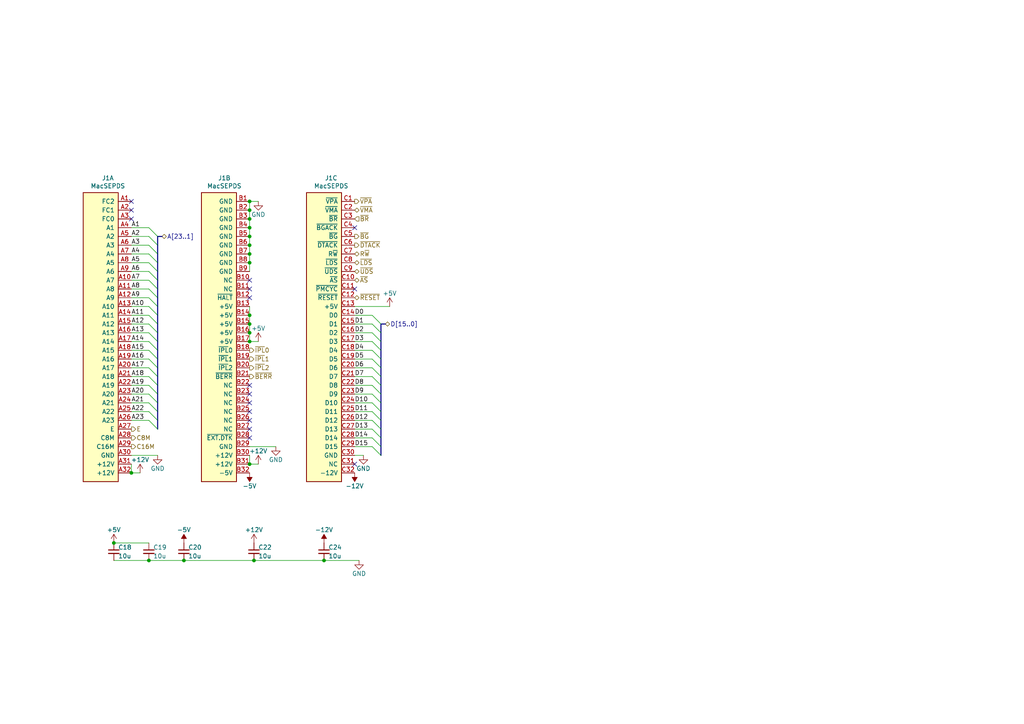
<source format=kicad_sch>
(kicad_sch (version 20230121) (generator eeschema)
  (paper "A4")
  (title_block (title "WarpSE (GW4410A)") (date "2024-04-23") (rev "1.0") (company "Garrett's Workshop"))
  (lib_symbols
    (symbol "Device:C_Small" (pin_numbers hide) (pin_names (offset 0.254) hide)
      (property "Reference" "C" (at 0.254 1.778 0))
      (property "Value" "C_Small" (at 0.254 -2.032 0))
      (symbol "C_Small_0_1"
        (polyline (pts (xy -1.524 -0.508) (xy 1.524 -0.508)) (stroke (width 0.3302)))
        (polyline (pts (xy -1.524 0.508) (xy 1.524 0.508)) (stroke (width 0.3048)))
      )
      (symbol "C_Small_1_1"
        (pin passive line (at 0 2.54 270) (length 2.032) (name "~") (number "1"))
        (pin passive line (at 0 -2.54 90) (length 2.032) (name "~") (number "2"))
      )
    )
    (symbol "GW_Connector:MacSEPDS" (pin_names (offset 1.016))
      (property "Reference" "J" (at 0 45.72 0))
      (property "Value" "MacSEPDS" (at 0 -40.64 0))
      (symbol "MacSEPDS_0_1"
        (rectangle (start 0 44.45) (end -10.16 -39.37) (stroke (width 0.254)) (fill (type background)))
      )
      (symbol "MacSEPDS_1_1"
        (pin unspecified line (at 3.81 41.91 180) (length 3.81) (name "FC2") (number "A1"))
        (pin unspecified line (at 3.81 19.05 180) (length 3.81) (name "A7") (number "A10"))
        (pin unspecified line (at 3.81 16.51 180) (length 3.81) (name "A8") (number "A11"))
        (pin unspecified line (at 3.81 13.97 180) (length 3.81) (name "A9") (number "A12"))
        (pin unspecified line (at 3.81 11.43 180) (length 3.81) (name "A10") (number "A13"))
        (pin unspecified line (at 3.81 8.89 180) (length 3.81) (name "A11") (number "A14"))
        (pin unspecified line (at 3.81 6.35 180) (length 3.81) (name "A12") (number "A15"))
        (pin unspecified line (at 3.81 3.81 180) (length 3.81) (name "A13") (number "A16"))
        (pin unspecified line (at 3.81 1.27 180) (length 3.81) (name "A14") (number "A17"))
        (pin unspecified line (at 3.81 -1.27 180) (length 3.81) (name "A15") (number "A18"))
        (pin unspecified line (at 3.81 -3.81 180) (length 3.81) (name "A16") (number "A19"))
        (pin unspecified line (at 3.81 39.37 180) (length 3.81) (name "FC1") (number "A2"))
        (pin unspecified line (at 3.81 -6.35 180) (length 3.81) (name "A17") (number "A20"))
        (pin unspecified line (at 3.81 -8.89 180) (length 3.81) (name "A18") (number "A21"))
        (pin unspecified line (at 3.81 -11.43 180) (length 3.81) (name "A19") (number "A22"))
        (pin unspecified line (at 3.81 -13.97 180) (length 3.81) (name "A20") (number "A23"))
        (pin unspecified line (at 3.81 -16.51 180) (length 3.81) (name "A21") (number "A24"))
        (pin unspecified line (at 3.81 -19.05 180) (length 3.81) (name "A22") (number "A25"))
        (pin unspecified line (at 3.81 -21.59 180) (length 3.81) (name "A23") (number "A26"))
        (pin unspecified line (at 3.81 -24.13 180) (length 3.81) (name "E") (number "A27"))
        (pin unspecified line (at 3.81 -26.67 180) (length 3.81) (name "C8M") (number "A28"))
        (pin unspecified line (at 3.81 -29.21 180) (length 3.81) (name "C16M") (number "A29"))
        (pin unspecified line (at 3.81 36.83 180) (length 3.81) (name "FC0") (number "A3"))
        (pin unspecified line (at 3.81 -31.75 180) (length 3.81) (name "GND") (number "A30"))
        (pin unspecified line (at 3.81 -34.29 180) (length 3.81) (name "+12V") (number "A31"))
        (pin unspecified line (at 3.81 -36.83 180) (length 3.81) (name "+12V") (number "A32"))
        (pin unspecified line (at 3.81 34.29 180) (length 3.81) (name "A1") (number "A4"))
        (pin unspecified line (at 3.81 31.75 180) (length 3.81) (name "A2") (number "A5"))
        (pin unspecified line (at 3.81 29.21 180) (length 3.81) (name "A3") (number "A6"))
        (pin unspecified line (at 3.81 26.67 180) (length 3.81) (name "A4") (number "A7"))
        (pin unspecified line (at 3.81 24.13 180) (length 3.81) (name "A5") (number "A8"))
        (pin unspecified line (at 3.81 21.59 180) (length 3.81) (name "A6") (number "A9"))
      )
      (symbol "MacSEPDS_2_1"
        (pin unspecified line (at 3.81 41.91 180) (length 3.81) (name "GND") (number "B1"))
        (pin unspecified line (at 3.81 19.05 180) (length 3.81) (name "NC") (number "B10"))
        (pin unspecified line (at 3.81 16.51 180) (length 3.81) (name "NC") (number "B11"))
        (pin unspecified line (at 3.81 13.97 180) (length 3.81) (name "~{HALT}") (number "B12"))
        (pin unspecified line (at 3.81 11.43 180) (length 3.81) (name "+5V") (number "B13"))
        (pin unspecified line (at 3.81 8.89 180) (length 3.81) (name "+5V") (number "B14"))
        (pin unspecified line (at 3.81 6.35 180) (length 3.81) (name "+5V") (number "B15"))
        (pin unspecified line (at 3.81 3.81 180) (length 3.81) (name "+5V") (number "B16"))
        (pin unspecified line (at 3.81 1.27 180) (length 3.81) (name "+5V") (number "B17"))
        (pin unspecified line (at 3.81 -1.27 180) (length 3.81) (name "~{IPL}0") (number "B18"))
        (pin unspecified line (at 3.81 -3.81 180) (length 3.81) (name "~{IPL}1") (number "B19"))
        (pin unspecified line (at 3.81 39.37 180) (length 3.81) (name "GND") (number "B2"))
        (pin unspecified line (at 3.81 -6.35 180) (length 3.81) (name "~{IPL}2") (number "B20"))
        (pin unspecified line (at 3.81 -8.89 180) (length 3.81) (name "~{BERR}") (number "B21"))
        (pin unspecified line (at 3.81 -11.43 180) (length 3.81) (name "NC") (number "B22"))
        (pin unspecified line (at 3.81 -13.97 180) (length 3.81) (name "NC") (number "B23"))
        (pin unspecified line (at 3.81 -16.51 180) (length 3.81) (name "NC") (number "B24"))
        (pin unspecified line (at 3.81 -19.05 180) (length 3.81) (name "NC") (number "B25"))
        (pin unspecified line (at 3.81 -21.59 180) (length 3.81) (name "NC") (number "B26"))
        (pin unspecified line (at 3.81 -24.13 180) (length 3.81) (name "NC") (number "B27"))
        (pin unspecified line (at 3.81 -26.67 180) (length 3.81) (name "~{EXT.DTK}") (number "B28"))
        (pin unspecified line (at 3.81 -29.21 180) (length 3.81) (name "GND") (number "B29"))
        (pin unspecified line (at 3.81 36.83 180) (length 3.81) (name "GND") (number "B3"))
        (pin unspecified line (at 3.81 -31.75 180) (length 3.81) (name "+12V") (number "B30"))
        (pin unspecified line (at 3.81 -34.29 180) (length 3.81) (name "+12V") (number "B31"))
        (pin unspecified line (at 3.81 -36.83 180) (length 3.81) (name "-5V") (number "B32"))
        (pin unspecified line (at 3.81 34.29 180) (length 3.81) (name "GND") (number "B4"))
        (pin unspecified line (at 3.81 31.75 180) (length 3.81) (name "GND") (number "B5"))
        (pin unspecified line (at 3.81 29.21 180) (length 3.81) (name "GND") (number "B6"))
        (pin unspecified line (at 3.81 26.67 180) (length 3.81) (name "GND") (number "B7"))
        (pin unspecified line (at 3.81 24.13 180) (length 3.81) (name "GND") (number "B8"))
        (pin unspecified line (at 3.81 21.59 180) (length 3.81) (name "GND") (number "B9"))
      )
      (symbol "MacSEPDS_3_1"
        (pin unspecified line (at 3.81 41.91 180) (length 3.81) (name "~{VPA}") (number "C1"))
        (pin unspecified line (at 3.81 19.05 180) (length 3.81) (name "~{AS}") (number "C10"))
        (pin unspecified line (at 3.81 16.51 180) (length 3.81) (name "~{PMCYC}") (number "C11"))
        (pin unspecified line (at 3.81 13.97 180) (length 3.81) (name "~{RESET}") (number "C12"))
        (pin unspecified line (at 3.81 11.43 180) (length 3.81) (name "+5V") (number "C13"))
        (pin unspecified line (at 3.81 8.89 180) (length 3.81) (name "D0") (number "C14"))
        (pin unspecified line (at 3.81 6.35 180) (length 3.81) (name "D1") (number "C15"))
        (pin unspecified line (at 3.81 3.81 180) (length 3.81) (name "D2") (number "C16"))
        (pin unspecified line (at 3.81 1.27 180) (length 3.81) (name "D3") (number "C17"))
        (pin unspecified line (at 3.81 -1.27 180) (length 3.81) (name "D4") (number "C18"))
        (pin unspecified line (at 3.81 -3.81 180) (length 3.81) (name "D5") (number "C19"))
        (pin unspecified line (at 3.81 39.37 180) (length 3.81) (name "~{VMA}") (number "C2"))
        (pin unspecified line (at 3.81 -6.35 180) (length 3.81) (name "D6") (number "C20"))
        (pin unspecified line (at 3.81 -8.89 180) (length 3.81) (name "D7") (number "C21"))
        (pin unspecified line (at 3.81 -11.43 180) (length 3.81) (name "D8") (number "C22"))
        (pin unspecified line (at 3.81 -13.97 180) (length 3.81) (name "D9") (number "C23"))
        (pin unspecified line (at 3.81 -16.51 180) (length 3.81) (name "D10") (number "C24"))
        (pin unspecified line (at 3.81 -19.05 180) (length 3.81) (name "D11") (number "C25"))
        (pin unspecified line (at 3.81 -21.59 180) (length 3.81) (name "D12") (number "C26"))
        (pin unspecified line (at 3.81 -24.13 180) (length 3.81) (name "D13") (number "C27"))
        (pin unspecified line (at 3.81 -26.67 180) (length 3.81) (name "D14") (number "C28"))
        (pin unspecified line (at 3.81 -29.21 180) (length 3.81) (name "D15") (number "C29"))
        (pin unspecified line (at 3.81 36.83 180) (length 3.81) (name "~{BR}") (number "C3"))
        (pin unspecified line (at 3.81 -31.75 180) (length 3.81) (name "GND") (number "C30"))
        (pin unspecified line (at 3.81 -34.29 180) (length 3.81) (name "NC") (number "C31"))
        (pin unspecified line (at 3.81 -36.83 180) (length 3.81) (name "-12V") (number "C32"))
        (pin unspecified line (at 3.81 34.29 180) (length 3.81) (name "~{BGACK}") (number "C4"))
        (pin unspecified line (at 3.81 31.75 180) (length 3.81) (name "~{BG}") (number "C5"))
        (pin unspecified line (at 3.81 29.21 180) (length 3.81) (name "~{DTACK}") (number "C6"))
        (pin unspecified line (at 3.81 26.67 180) (length 3.81) (name "R~{W}") (number "C7"))
        (pin unspecified line (at 3.81 24.13 180) (length 3.81) (name "~{LDS}") (number "C8"))
        (pin unspecified line (at 3.81 21.59 180) (length 3.81) (name "~{UDS}") (number "C9"))
      )
    )
    (symbol "power:+12V" (power) (pin_names (offset 0))
      (property "Value" "+12V" (at 0 3.556 0))
      (symbol "+12V_0_1"
        (polyline (pts (xy -0.762 1.27) (xy 0 2.54)))
        (polyline (pts (xy 0 0) (xy 0 2.54)))
        (polyline (pts (xy 0 2.54) (xy 0.762 1.27)))
      )
      (symbol "+12V_1_1"
        (pin power_in line (at 0 0 90) (length 0) hide (name "+12V") (number "1"))
      )
    )
    (symbol "power:+5V" (power) (pin_names (offset 0))
      (property "Value" "+5V" (at 0 3.556 0))
      (symbol "+5V_0_1"
        (polyline (pts (xy -0.762 1.27) (xy 0 2.54)))
        (polyline (pts (xy 0 0) (xy 0 2.54)))
        (polyline (pts (xy 0 2.54) (xy 0.762 1.27)))
      )
      (symbol "+5V_1_1"
        (pin power_in line (at 0 0 90) (length 0) hide (name "+5V") (number "1"))
      )
    )
    (symbol "power:-12V" (power) (pin_names (offset 0))
      (property "Value" "-12V" (at 0 3.81 0))
      (symbol "-12V_0_0"
        (pin power_in line (at 0 0 90) (length 0) hide (name "-12V") (number "1"))
      )
      (symbol "-12V_0_1"
        (polyline (pts (xy 0 0) (xy 0 1.27) (xy 0.762 1.27) (xy 0 2.54) (xy -0.762 1.27) (xy 0 1.27)) (fill (type outline)))
      )
    )
    (symbol "power:-5V" (power) (pin_names (offset 0))
      (property "Value" "-5V" (at 0 3.81 0))
      (symbol "-5V_0_0"
        (pin power_in line (at 0 0 90) (length 0) hide (name "-5V") (number "1"))
      )
      (symbol "-5V_0_1"
        (polyline (pts (xy 0 0) (xy 0 1.27) (xy 0.762 1.27) (xy 0 2.54) (xy -0.762 1.27) (xy 0 1.27)) (fill (type outline)))
      )
    )
    (symbol "power:GND" (power) (pin_names (offset 0))
      (property "Value" "GND" (at 0 -3.81 0))
      (symbol "GND_0_1"
        (polyline (pts (xy 0 0) (xy 0 -1.27) (xy 1.27 -1.27) (xy 0 -2.54) (xy -1.27 -1.27) (xy 0 -1.27)))
      )
      (symbol "GND_1_1"
        (pin power_in line (at 0 0 270) (length 0) hide (name "GND") (number "1"))
      )
    )
  )
  (junction (at 72.39 91.44))
  (junction (at 72.39 58.42))
  (junction (at 72.39 60.96))
  (junction (at 72.39 68.58))
  (junction (at 33.02 157.48))
  (junction (at 72.39 99.06))
  (junction (at 72.39 134.62))
  (junction (at 72.39 93.98))
  (junction (at 93.98 162.56))
  (junction (at 72.39 66.04))
  (junction (at 38.1 137.16))
  (junction (at 73.66 162.56))
  (junction (at 43.18 162.56))
  (junction (at 72.39 63.5))
  (junction (at 53.34 162.56))
  (junction (at 72.39 71.12))
  (junction (at 72.39 73.66))
  (junction (at 72.39 96.52))
  (junction (at 72.39 76.2))
  (no_connect (at 72.39 83.82))
  (no_connect (at 102.87 66.04))
  (no_connect (at 72.39 81.28))
  (no_connect (at 72.39 121.92))
  (no_connect (at 72.39 116.84))
  (no_connect (at 38.1 60.96))
  (no_connect (at 72.39 119.38))
  (no_connect (at 38.1 63.5))
  (no_connect (at 72.39 86.36))
  (no_connect (at 72.39 124.46))
  (no_connect (at 38.1 58.42))
  (no_connect (at 102.87 134.62))
  (no_connect (at 72.39 127))
  (no_connect (at 72.39 111.76))
  (no_connect (at 72.39 114.3))
  (no_connect (at 102.87 83.82))
  (bus_entry (at 43.18 73.66) (size 2.54 2.54))
  (bus_entry (at 107.95 121.92) (size 2.54 2.54))
  (bus_entry (at 107.95 91.44) (size 2.54 2.54))
  (bus_entry (at 107.95 119.38) (size 2.54 2.54))
  (bus_entry (at 107.95 114.3) (size 2.54 2.54))
  (bus_entry (at 43.18 68.58) (size 2.54 2.54))
  (bus_entry (at 43.18 99.06) (size 2.54 2.54))
  (bus_entry (at 107.95 111.76) (size 2.54 2.54))
  (bus_entry (at 107.95 129.54) (size 2.54 2.54))
  (bus_entry (at 43.18 76.2) (size 2.54 2.54))
  (bus_entry (at 43.18 111.76) (size 2.54 2.54))
  (bus_entry (at 43.18 83.82) (size 2.54 2.54))
  (bus_entry (at 43.18 121.92) (size 2.54 2.54))
  (bus_entry (at 107.95 127) (size 2.54 2.54))
  (bus_entry (at 43.18 78.74) (size 2.54 2.54))
  (bus_entry (at 43.18 66.04) (size 2.54 2.54))
  (bus_entry (at 43.18 91.44) (size 2.54 2.54))
  (bus_entry (at 107.95 101.6) (size 2.54 2.54))
  (bus_entry (at 43.18 114.3) (size 2.54 2.54))
  (bus_entry (at 43.18 81.28) (size 2.54 2.54))
  (bus_entry (at 43.18 71.12) (size 2.54 2.54))
  (bus_entry (at 107.95 99.06) (size 2.54 2.54))
  (bus_entry (at 107.95 93.98) (size 2.54 2.54))
  (bus_entry (at 43.18 116.84) (size 2.54 2.54))
  (bus_entry (at 107.95 106.68) (size 2.54 2.54))
  (bus_entry (at 43.18 101.6) (size 2.54 2.54))
  (bus_entry (at 43.18 104.14) (size 2.54 2.54))
  (bus_entry (at 43.18 109.22) (size 2.54 2.54))
  (bus_entry (at 107.95 96.52) (size 2.54 2.54))
  (bus_entry (at 43.18 93.98) (size 2.54 2.54))
  (bus_entry (at 107.95 109.22) (size 2.54 2.54))
  (bus_entry (at 107.95 124.46) (size 2.54 2.54))
  (bus_entry (at 43.18 86.36) (size 2.54 2.54))
  (bus_entry (at 107.95 116.84) (size 2.54 2.54))
  (bus_entry (at 43.18 96.52) (size 2.54 2.54))
  (bus_entry (at 107.95 104.14) (size 2.54 2.54))
  (bus_entry (at 43.18 119.38) (size 2.54 2.54))
  (bus_entry (at 43.18 106.68) (size 2.54 2.54))
  (bus_entry (at 43.18 88.9) (size 2.54 2.54))
  (wire (pts (xy 72.39 68.58) (xy 72.39 66.04)))
  (wire (pts (xy 38.1 109.22) (xy 43.18 109.22)))
  (bus (pts (xy 45.72 68.58) (xy 45.72 71.12)))
  (wire (pts (xy 102.87 116.84) (xy 107.95 116.84)))
  (bus (pts (xy 110.49 109.22) (xy 110.49 111.76)))
  (wire (pts (xy 40.64 137.16) (xy 38.1 137.16)))
  (bus (pts (xy 110.49 106.68) (xy 110.49 109.22)))
  (wire (pts (xy 102.87 99.06) (xy 107.95 99.06)))
  (bus (pts (xy 45.72 86.36) (xy 45.72 88.9)))
  (bus (pts (xy 45.72 121.92) (xy 45.72 124.46)))
  (wire (pts (xy 72.39 93.98) (xy 72.39 96.52)))
  (bus (pts (xy 45.72 111.76) (xy 45.72 114.3)))
  (bus (pts (xy 110.49 129.54) (xy 110.49 132.08)))
  (bus (pts (xy 45.72 71.12) (xy 45.72 73.66)))
  (wire (pts (xy 38.1 78.74) (xy 43.18 78.74)))
  (wire (pts (xy 72.39 66.04) (xy 72.39 63.5)))
  (bus (pts (xy 110.49 111.76) (xy 110.49 114.3)))
  (bus (pts (xy 45.72 76.2) (xy 45.72 78.74)))
  (wire (pts (xy 102.87 106.68) (xy 107.95 106.68)))
  (wire (pts (xy 72.39 60.96) (xy 72.39 58.42)))
  (wire (pts (xy 102.87 91.44) (xy 107.95 91.44)))
  (bus (pts (xy 110.49 114.3) (xy 110.49 116.84)))
  (wire (pts (xy 43.18 162.56) (xy 53.34 162.56)))
  (wire (pts (xy 38.1 106.68) (xy 43.18 106.68)))
  (bus (pts (xy 45.72 73.66) (xy 45.72 76.2)))
  (bus (pts (xy 45.72 114.3) (xy 45.72 116.84)))
  (bus (pts (xy 45.72 109.22) (xy 45.72 111.76)))
  (wire (pts (xy 33.02 157.48) (xy 43.18 157.48)))
  (wire (pts (xy 38.1 73.66) (xy 43.18 73.66)))
  (bus (pts (xy 45.72 96.52) (xy 45.72 99.06)))
  (wire (pts (xy 102.87 109.22) (xy 107.95 109.22)))
  (wire (pts (xy 102.87 93.98) (xy 107.95 93.98)))
  (bus (pts (xy 45.72 78.74) (xy 45.72 81.28)))
  (wire (pts (xy 38.1 114.3) (xy 43.18 114.3)))
  (wire (pts (xy 102.87 111.76) (xy 107.95 111.76)))
  (bus (pts (xy 45.72 101.6) (xy 45.72 104.14)))
  (wire (pts (xy 38.1 101.6) (xy 43.18 101.6)))
  (bus (pts (xy 45.72 68.58) (xy 46.99 68.58)))
  (wire (pts (xy 72.39 71.12) (xy 72.39 68.58)))
  (wire (pts (xy 38.1 66.04) (xy 43.18 66.04)))
  (wire (pts (xy 38.1 121.92) (xy 43.18 121.92)))
  (wire (pts (xy 38.1 76.2) (xy 43.18 76.2)))
  (wire (pts (xy 45.72 132.08) (xy 38.1 132.08)))
  (bus (pts (xy 110.49 96.52) (xy 110.49 99.06)))
  (wire (pts (xy 72.39 78.74) (xy 72.39 76.2)))
  (wire (pts (xy 72.39 63.5) (xy 72.39 60.96)))
  (bus (pts (xy 110.49 99.06) (xy 110.49 101.6)))
  (bus (pts (xy 45.72 99.06) (xy 45.72 101.6)))
  (bus (pts (xy 45.72 119.38) (xy 45.72 121.92)))
  (wire (pts (xy 93.98 162.56) (xy 104.14 162.56)))
  (wire (pts (xy 102.87 88.9) (xy 113.03 88.9)))
  (wire (pts (xy 102.87 132.08) (xy 105.41 132.08)))
  (wire (pts (xy 102.87 124.46) (xy 107.95 124.46)))
  (wire (pts (xy 102.87 96.52) (xy 107.95 96.52)))
  (bus (pts (xy 110.49 119.38) (xy 110.49 121.92)))
  (wire (pts (xy 38.1 119.38) (xy 43.18 119.38)))
  (bus (pts (xy 110.49 127) (xy 110.49 129.54)))
  (wire (pts (xy 102.87 114.3) (xy 107.95 114.3)))
  (wire (pts (xy 102.87 101.6) (xy 107.95 101.6)))
  (bus (pts (xy 45.72 83.82) (xy 45.72 86.36)))
  (bus (pts (xy 110.49 104.14) (xy 110.49 106.68)))
  (wire (pts (xy 102.87 129.54) (xy 107.95 129.54)))
  (wire (pts (xy 72.39 132.08) (xy 72.39 134.62)))
  (wire (pts (xy 38.1 91.44) (xy 43.18 91.44)))
  (bus (pts (xy 45.72 93.98) (xy 45.72 96.52)))
  (wire (pts (xy 102.87 127) (xy 107.95 127)))
  (bus (pts (xy 110.49 124.46) (xy 110.49 127)))
  (wire (pts (xy 72.39 91.44) (xy 72.39 93.98)))
  (wire (pts (xy 38.1 116.84) (xy 43.18 116.84)))
  (wire (pts (xy 102.87 119.38) (xy 107.95 119.38)))
  (wire (pts (xy 38.1 81.28) (xy 43.18 81.28)))
  (wire (pts (xy 72.39 76.2) (xy 72.39 73.66)))
  (bus (pts (xy 45.72 88.9) (xy 45.72 91.44)))
  (bus (pts (xy 110.49 93.98) (xy 111.76 93.98)))
  (wire (pts (xy 38.1 104.14) (xy 43.18 104.14)))
  (wire (pts (xy 38.1 96.52) (xy 43.18 96.52)))
  (wire (pts (xy 38.1 111.76) (xy 43.18 111.76)))
  (bus (pts (xy 110.49 93.98) (xy 110.49 96.52)))
  (wire (pts (xy 72.39 73.66) (xy 72.39 71.12)))
  (wire (pts (xy 33.02 162.56) (xy 43.18 162.56)))
  (bus (pts (xy 45.72 104.14) (xy 45.72 106.68)))
  (wire (pts (xy 74.93 58.42) (xy 72.39 58.42)))
  (wire (pts (xy 38.1 86.36) (xy 43.18 86.36)))
  (bus (pts (xy 45.72 81.28) (xy 45.72 83.82)))
  (wire (pts (xy 38.1 68.58) (xy 43.18 68.58)))
  (wire (pts (xy 102.87 121.92) (xy 107.95 121.92)))
  (wire (pts (xy 80.01 129.54) (xy 72.39 129.54)))
  (bus (pts (xy 110.49 101.6) (xy 110.49 104.14)))
  (wire (pts (xy 72.39 96.52) (xy 72.39 99.06)))
  (wire (pts (xy 38.1 83.82) (xy 43.18 83.82)))
  (wire (pts (xy 38.1 93.98) (xy 43.18 93.98)))
  (wire (pts (xy 53.34 162.56) (xy 73.66 162.56)))
  (bus (pts (xy 110.49 116.84) (xy 110.49 119.38)))
  (wire (pts (xy 72.39 88.9) (xy 72.39 91.44)))
  (bus (pts (xy 45.72 106.68) (xy 45.72 109.22)))
  (wire (pts (xy 102.87 104.14) (xy 107.95 104.14)))
  (wire (pts (xy 38.1 71.12) (xy 43.18 71.12)))
  (bus (pts (xy 45.72 91.44) (xy 45.72 93.98)))
  (bus (pts (xy 45.72 116.84) (xy 45.72 119.38)))
  (wire (pts (xy 74.93 99.06) (xy 72.39 99.06)))
  (wire (pts (xy 74.93 134.62) (xy 72.39 134.62)))
  (wire (pts (xy 38.1 88.9) (xy 43.18 88.9)))
  (wire (pts (xy 73.66 162.56) (xy 93.98 162.56)))
  (bus (pts (xy 110.49 121.92) (xy 110.49 124.46)))
  (wire (pts (xy 38.1 137.16) (xy 38.1 134.62)))
  (wire (pts (xy 38.1 99.06) (xy 43.18 99.06)))
  (label "A21" (at 38.1 116.84 0))
  (label "A3" (at 38.1 71.12 0))
  (label "D12" (at 102.87 121.92 0))
  (label "A11" (at 38.1 91.44 0))
  (label "D7" (at 102.87 109.22 0))
  (label "A15" (at 38.1 101.6 0))
  (label "A20" (at 38.1 114.3 0))
  (label "A16" (at 38.1 104.14 0))
  (label "D9" (at 102.87 114.3 0))
  (label "A23" (at 38.1 121.92 0))
  (label "A18" (at 38.1 109.22 0))
  (label "A7" (at 38.1 81.28 0))
  (label "D2" (at 102.87 96.52 0))
  (label "A4" (at 38.1 73.66 0))
  (label "A8" (at 38.1 83.82 0))
  (label "A22" (at 38.1 119.38 0))
  (label "D6" (at 102.87 106.68 0))
  (label "A17" (at 38.1 106.68 0))
  (label "D5" (at 102.87 104.14 0))
  (label "A14" (at 38.1 99.06 0))
  (label "D1" (at 102.87 93.98 0))
  (label "D15" (at 102.87 129.54 0))
  (label "A5" (at 38.1 76.2 0))
  (label "D0" (at 102.87 91.44 0))
  (label "A6" (at 38.1 78.74 0))
  (label "A10" (at 38.1 88.9 0))
  (label "D14" (at 102.87 127 0))
  (label "A9" (at 38.1 86.36 0))
  (label "D8" (at 102.87 111.76 0))
  (label "A13" (at 38.1 96.52 0))
  (label "D3" (at 102.87 99.06 0))
  (label "D4" (at 102.87 101.6 0))
  (label "D10" (at 102.87 116.84 0))
  (label "A1" (at 38.1 66.04 0))
  (label "A12" (at 38.1 93.98 0))
  (label "D13" (at 102.87 124.46 0))
  (label "A19" (at 38.1 111.76 0))
  (label "D11" (at 102.87 119.38 0))
  (label "A2" (at 38.1 68.58 0))
  (hierarchical_label "E" (shape output) (at 38.1 124.46 0))
  (hierarchical_label "~{IPL}2" (shape output) (at 72.39 106.68 0))
  (hierarchical_label "C8M" (shape output) (at 38.1 127 0))
  (hierarchical_label "R~{W}" (shape bidirectional) (at 102.87 73.66 0))
  (hierarchical_label "~{AS}" (shape bidirectional) (at 102.87 81.28 0))
  (hierarchical_label "~{VMA}" (shape bidirectional) (at 102.87 60.96 0))
  (hierarchical_label "~{IPL}1" (shape output) (at 72.39 104.14 0))
  (hierarchical_label "~{UDS}" (shape bidirectional) (at 102.87 78.74 0))
  (hierarchical_label "~{RESET}" (shape bidirectional) (at 102.87 86.36 0))
  (hierarchical_label "A[23..1]" (shape bidirectional) (at 46.99 68.58 0))
  (hierarchical_label "C16M" (shape output) (at 38.1 129.54 0))
  (hierarchical_label "D[15..0]" (shape bidirectional) (at 111.76 93.98 0))
  (hierarchical_label "~{BERR}" (shape output) (at 72.39 109.22 0))
  (hierarchical_label "~{IPL}0" (shape output) (at 72.39 101.6 0))
  (hierarchical_label "~{DTACK}" (shape output) (at 102.87 71.12 0))
  (hierarchical_label "~{VPA}" (shape output) (at 102.87 58.42 0))
  (hierarchical_label "~{LDS}" (shape bidirectional) (at 102.87 76.2 0))
  (hierarchical_label "~{BG}" (shape output) (at 102.87 68.58 0))
  (hierarchical_label "~{BR}" (shape input) (at 102.87 63.5 0))
  (symbol (lib_id "GW_Connector:MacSEPDS") (at 34.29 100.33 0) (unit 1)
    (property "Reference" "J1" (at 31.2928 51.6382 0))
    (property "Value" "MacSEPDS" (at 31.2928 53.9496 0))
    (property "Footprint" "stdpads:DIN41612_R_3x32_Male_Vertical_THT" (effects hide))
  )
  (symbol (lib_id "GW_Connector:MacSEPDS") (at 68.58 100.33 0) (unit 2)
    (property "Reference" "J1" (at 65.0748 51.6382 0))
    (property "Value" "MacSEPDS" (at 65.0748 53.9496 0))
    (property "Footprint" "stdpads:DIN41612_R_3x32_Male_Vertical_THT" (effects hide))
  )
  (symbol (lib_id "GW_Connector:MacSEPDS") (at 99.06 100.33 0) (unit 3)
    (property "Reference" "J1" (at 96.0628 51.6382 0))
    (property "Value" "MacSEPDS" (at 96.0628 53.9496 0))
    (property "Footprint" "stdpads:DIN41612_R_3x32_Male_Vertical_THT" (effects hide))
  )
  (symbol (lib_id "power:+5V") (at 74.93 99.06 0) (unit 1)
    (property "Reference" "#PWR0143" (effects hide))
    (property "Value" "+5V" (at 74.93 95.25 0))
  )
  (symbol (lib_id "power:GND") (at 74.93 58.42 0) (unit 1)
    (property "Reference" "#PWR0144" (effects hide))
    (property "Value" "GND" (at 74.93 62.23 0))
  )
  (symbol (lib_id "power:GND") (at 105.41 132.08 0) (unit 1)
    (property "Reference" "#PWR0146" (effects hide))
    (property "Value" "GND" (at 105.41 135.89 0))
  )
  (symbol (lib_id "power:GND") (at 45.72 132.08 0) (unit 1)
    (property "Reference" "#PWR0147" (effects hide))
    (property "Value" "GND" (at 45.72 135.89 0))
  )
  (symbol (lib_id "power:+5V") (at 113.03 88.9 0) (unit 1)
    (property "Reference" "#PWR0148" (effects hide))
    (property "Value" "+5V" (at 113.03 85.09 0))
  )
  (symbol (lib_id "power:GND") (at 80.01 129.54 0) (unit 1)
    (property "Reference" "#PWR0149" (effects hide))
    (property "Value" "GND" (at 80.01 133.35 0))
  )
  (symbol (lib_id "Device:C_Small") (at 53.34 160.02 0) (unit 1)
    (property "Reference" "C20" (at 54.61 158.75 0) (effects (justify left)))
    (property "Value" "10u" (at 54.61 161.29 0) (effects (justify left)))
    (property "Footprint" "stdpads:C_0805" (effects hide))
    (property "LCSC Part" "C15850" (effects hide))
  )
  (symbol (lib_id "Device:C_Small") (at 43.18 160.02 0) (unit 1)
    (property "Reference" "C19" (at 44.45 158.75 0) (effects (justify left)))
    (property "Value" "10u" (at 44.45 161.29 0) (effects (justify left)))
    (property "Footprint" "stdpads:C_0805" (effects hide))
    (property "LCSC Part" "C15850" (effects hide))
  )
  (symbol (lib_id "Device:C_Small") (at 73.66 160.02 0) (unit 1)
    (property "Reference" "C22" (at 74.93 158.75 0) (effects (justify left)))
    (property "Value" "10u" (at 74.93 161.29 0) (effects (justify left)))
    (property "Footprint" "stdpads:C_0805" (effects hide))
    (property "LCSC Part" "C15850" (effects hide))
  )
  (symbol (lib_id "Device:C_Small") (at 33.02 160.02 0) (unit 1)
    (property "Reference" "C18" (at 34.29 158.75 0) (effects (justify left)))
    (property "Value" "10u" (at 34.29 161.29 0) (effects (justify left)))
    (property "Footprint" "stdpads:C_0805" (effects hide))
    (property "LCSC Part" "C15850" (effects hide))
  )
  (symbol (lib_id "power:+5V") (at 33.02 157.48 0) (unit 1)
    (property "Reference" "#PWR0151" (effects hide))
    (property "Value" "+5V" (at 33.02 153.67 0))
  )
  (symbol (lib_id "power:+12V") (at 73.66 157.48 0) (unit 1)
    (property "Reference" "#PWR0155" (effects hide))
    (property "Value" "+12V" (at 73.66 153.67 0))
  )
  (symbol (lib_id "power:-12V") (at 93.98 157.48 0) (unit 1)
    (property "Reference" "#PWR0152" (effects hide))
    (property "Value" "-12V" (at 93.98 153.67 0))
  )
  (symbol (lib_id "power:GND") (at 104.14 162.56 0) (mirror y) (unit 1)
    (property "Reference" "#PWR0153" (effects hide))
    (property "Value" "GND" (at 104.14 166.37 0))
  )
  (symbol (lib_id "Device:C_Small") (at 93.98 160.02 0) (unit 1)
    (property "Reference" "C24" (at 95.25 158.75 0) (effects (justify left)))
    (property "Value" "10u" (at 95.25 161.29 0) (effects (justify left)))
    (property "Footprint" "stdpads:C_0805" (effects hide))
    (property "LCSC Part" "C15850" (effects hide))
  )
  (symbol (lib_id "power:-5V") (at 53.34 157.48 0) (unit 1)
    (property "Reference" "#PWR0154" (effects hide))
    (property "Value" "-5V" (at 53.34 153.67 0))
  )
  (symbol (lib_id "power:-5V") (at 72.39 137.16 180) (unit 1)
    (property "Reference" "#PWR0109" (effects hide))
    (property "Value" "-5V" (at 72.39 140.97 0))
  )
  (symbol (lib_id "power:+12V") (at 40.64 137.16 0) (unit 1)
    (property "Reference" "#PWR0110" (effects hide))
    (property "Value" "+12V" (at 40.64 133.35 0))
  )
  (symbol (lib_id "power:+12V") (at 74.93 134.62 0) (unit 1)
    (property "Reference" "#PWR0111" (effects hide))
    (property "Value" "+12V" (at 74.93 130.81 0))
  )
  (symbol (lib_id "power:-12V") (at 102.87 137.16 180) (unit 1)
    (property "Reference" "#PWR0112" (effects hide))
    (property "Value" "-12V" (at 102.87 140.97 0))
  )
)
</source>
